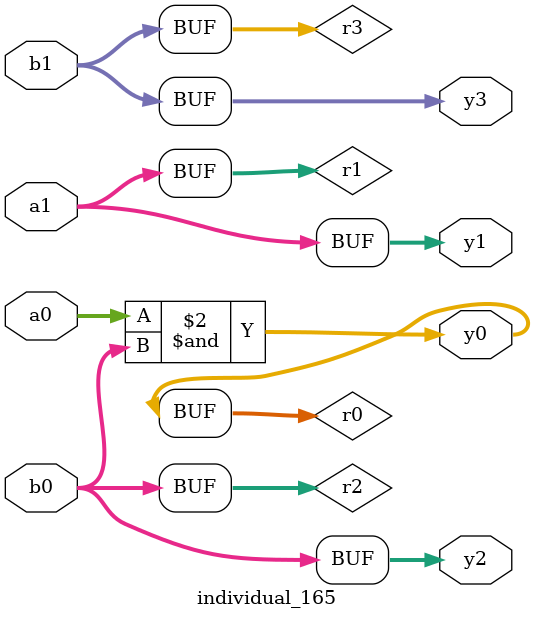
<source format=sv>
module individual_165(input logic [15:0] a1, input logic [15:0] a0, input logic [15:0] b1, input logic [15:0] b0, output logic [15:0] y3, output logic [15:0] y2, output logic [15:0] y1, output logic [15:0] y0);
logic [15:0] r0, r1, r2, r3; 
 always@(*) begin 
	 r0 = a0; r1 = a1; r2 = b0; r3 = b1; 
 	 r0  &=  r2 ;
 	 y3 = r3; y2 = r2; y1 = r1; y0 = r0; 
end
endmodule
</source>
